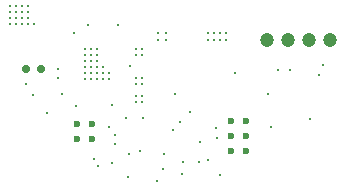
<source format=gbr>
G04 Layer_Color=0*
%FSLAX25Y25*%
%MOIN*%
%TF.FileFunction,PTH,Drill*%
%TF.Part,Single*%
G01*
G75*
%TA.AperFunction,ComponentDrill*%
%ADD79C,0.02362*%
%TA.AperFunction,ComponentDrill*%
%ADD80C,0.02362*%
%TA.AperFunction,OtherDrill*%
%ADD81C,0.02756*%
%TA.AperFunction,OtherDrill*%
%ADD82C,0.04724*%
%TA.AperFunction,ViaDrill*%
%ADD83C,0.01000*%
D79*
X343901Y265000D02*
D03*
Y260000D02*
D03*
X338901Y265000D02*
D03*
Y260000D02*
D03*
D80*
X395401Y256000D02*
D03*
X390401D02*
D03*
X395401Y261000D02*
D03*
X390401D02*
D03*
X395401Y266000D02*
D03*
X390401D02*
D03*
D81*
X326894Y283500D02*
D03*
X321894D02*
D03*
D82*
X423394Y293000D02*
D03*
X416394D02*
D03*
X409394D02*
D03*
X402394D02*
D03*
D83*
X403500Y264000D02*
D03*
X419673Y281327D02*
D03*
X416480Y266520D02*
D03*
X402500Y275000D02*
D03*
X421000Y284673D02*
D03*
X373280Y265534D02*
D03*
X385404Y263596D02*
D03*
X343500Y280000D02*
D03*
X345500D02*
D03*
Y282000D02*
D03*
X343500D02*
D03*
X361000Y267000D02*
D03*
X344500Y253500D02*
D03*
X379500Y252500D02*
D03*
X380000Y259000D02*
D03*
X371500Y275000D02*
D03*
X356000Y247500D02*
D03*
X350500Y252173D02*
D03*
X368000Y255000D02*
D03*
X360000Y256000D02*
D03*
X346000Y251000D02*
D03*
X356102Y255102D02*
D03*
X351500Y258500D02*
D03*
Y261500D02*
D03*
X355173Y267000D02*
D03*
X349500Y264000D02*
D03*
X350421Y271421D02*
D03*
X358500Y272500D02*
D03*
X365500Y246000D02*
D03*
X367500Y250000D02*
D03*
X374000Y248500D02*
D03*
X385500Y260500D02*
D03*
X374240Y252240D02*
D03*
X386500Y248000D02*
D03*
X371000Y263000D02*
D03*
X382559Y252941D02*
D03*
X376441Y269059D02*
D03*
X338500Y271000D02*
D03*
X328827Y268827D02*
D03*
X334000Y275000D02*
D03*
X332500Y280500D02*
D03*
Y283500D02*
D03*
X406000Y283000D02*
D03*
X410000D02*
D03*
X388500Y295500D02*
D03*
Y293000D02*
D03*
X386500D02*
D03*
X384500D02*
D03*
X382500D02*
D03*
X386500Y295500D02*
D03*
X384500D02*
D03*
X382500D02*
D03*
X366000D02*
D03*
X368500D02*
D03*
X366000Y293000D02*
D03*
X368500D02*
D03*
X322000Y278500D02*
D03*
X324327Y274827D02*
D03*
X391500Y282000D02*
D03*
X341500Y280000D02*
D03*
X347500D02*
D03*
X349500D02*
D03*
Y282000D02*
D03*
X347500D02*
D03*
X341500D02*
D03*
Y284000D02*
D03*
X343500D02*
D03*
X347500D02*
D03*
X345500D02*
D03*
Y286000D02*
D03*
X343500D02*
D03*
X341500D02*
D03*
Y288000D02*
D03*
X343500D02*
D03*
X345500D02*
D03*
Y290000D02*
D03*
X343500D02*
D03*
X341500D02*
D03*
X324500Y298500D02*
D03*
X316500D02*
D03*
X318500D02*
D03*
X320500D02*
D03*
X322500D02*
D03*
Y300500D02*
D03*
X320500D02*
D03*
X318500D02*
D03*
X316500D02*
D03*
Y302500D02*
D03*
X318500D02*
D03*
X320500D02*
D03*
X322500D02*
D03*
Y304500D02*
D03*
X320500D02*
D03*
X318500D02*
D03*
X316500D02*
D03*
X338000Y295500D02*
D03*
X342500Y298000D02*
D03*
X356500Y284500D02*
D03*
X352500Y298000D02*
D03*
X358500Y274500D02*
D03*
X360500D02*
D03*
Y272500D02*
D03*
Y278500D02*
D03*
X358500D02*
D03*
Y280500D02*
D03*
X360500D02*
D03*
Y288000D02*
D03*
X358500D02*
D03*
Y290000D02*
D03*
X360500D02*
D03*
%TF.MD5,E88E006F8835865C32E8E3B773E524C7*%
M02*

</source>
